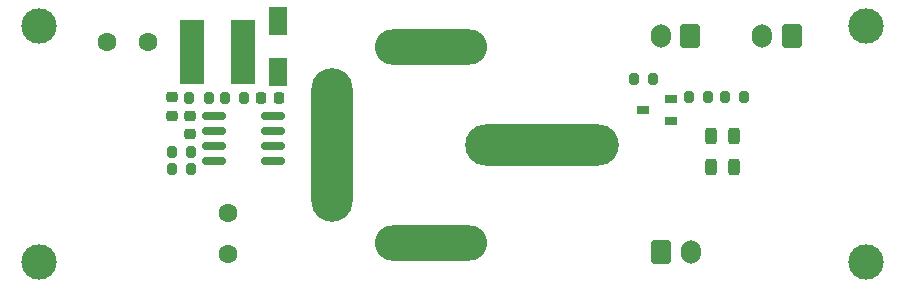
<source format=gbr>
%TF.GenerationSoftware,KiCad,Pcbnew,8.0.8*%
%TF.CreationDate,2026-01-07T21:13:01+09:00*%
%TF.ProjectId,emergency_board_NHK2026,656d6572-6765-46e6-9379-5f626f617264,rev?*%
%TF.SameCoordinates,Original*%
%TF.FileFunction,Soldermask,Top*%
%TF.FilePolarity,Negative*%
%FSLAX46Y46*%
G04 Gerber Fmt 4.6, Leading zero omitted, Abs format (unit mm)*
G04 Created by KiCad (PCBNEW 8.0.8) date 2026-01-07 21:13:01*
%MOMM*%
%LPD*%
G01*
G04 APERTURE LIST*
G04 Aperture macros list*
%AMRoundRect*
0 Rectangle with rounded corners*
0 $1 Rounding radius*
0 $2 $3 $4 $5 $6 $7 $8 $9 X,Y pos of 4 corners*
0 Add a 4 corners polygon primitive as box body*
4,1,4,$2,$3,$4,$5,$6,$7,$8,$9,$2,$3,0*
0 Add four circle primitives for the rounded corners*
1,1,$1+$1,$2,$3*
1,1,$1+$1,$4,$5*
1,1,$1+$1,$6,$7*
1,1,$1+$1,$8,$9*
0 Add four rect primitives between the rounded corners*
20,1,$1+$1,$2,$3,$4,$5,0*
20,1,$1+$1,$4,$5,$6,$7,0*
20,1,$1+$1,$6,$7,$8,$9,0*
20,1,$1+$1,$8,$9,$2,$3,0*%
G04 Aperture macros list end*
%ADD10O,3.500000X13.000000*%
%ADD11O,13.000000X3.500000*%
%ADD12O,9.500000X3.000000*%
%ADD13R,2.000000X5.500000*%
%ADD14C,3.000000*%
%ADD15RoundRect,0.225000X0.225000X0.250000X-0.225000X0.250000X-0.225000X-0.250000X0.225000X-0.250000X0*%
%ADD16C,1.600000*%
%ADD17RoundRect,0.225000X0.250000X-0.225000X0.250000X0.225000X-0.250000X0.225000X-0.250000X-0.225000X0*%
%ADD18RoundRect,0.225000X-0.250000X0.225000X-0.250000X-0.225000X0.250000X-0.225000X0.250000X0.225000X0*%
%ADD19R,1.550000X2.350000*%
%ADD20RoundRect,0.243750X-0.243750X-0.456250X0.243750X-0.456250X0.243750X0.456250X-0.243750X0.456250X0*%
%ADD21RoundRect,0.250000X0.600000X0.750000X-0.600000X0.750000X-0.600000X-0.750000X0.600000X-0.750000X0*%
%ADD22O,1.700000X2.000000*%
%ADD23RoundRect,0.250000X-0.600000X-0.750000X0.600000X-0.750000X0.600000X0.750000X-0.600000X0.750000X0*%
%ADD24R,1.050000X0.700000*%
%ADD25RoundRect,0.200000X-0.200000X-0.275000X0.200000X-0.275000X0.200000X0.275000X-0.200000X0.275000X0*%
%ADD26RoundRect,0.200000X0.200000X0.275000X-0.200000X0.275000X-0.200000X-0.275000X0.200000X-0.275000X0*%
%ADD27RoundRect,0.150000X0.825000X0.150000X-0.825000X0.150000X-0.825000X-0.150000X0.825000X-0.150000X0*%
G04 APERTURE END LIST*
D10*
%TO.C,K1*%
X48000000Y-33300000D03*
D11*
X65800000Y-33300000D03*
D12*
X56400000Y-25000000D03*
X56400000Y-41600000D03*
%TD*%
D13*
%TO.C,L1*%
X40500000Y-25400000D03*
X36200000Y-25400000D03*
%TD*%
D14*
%TO.C,REF\u002A\u002A*%
X23250000Y-43250000D03*
%TD*%
%TO.C,REF\u002A\u002A*%
X93250000Y-23250000D03*
%TD*%
%TO.C,REF\u002A\u002A*%
X93250000Y-43250000D03*
%TD*%
%TO.C,REF\u002A\u002A*%
X23250000Y-23250000D03*
%TD*%
D15*
%TO.C,C1*%
X43550000Y-29310000D03*
X42000000Y-29310000D03*
%TD*%
D16*
%TO.C,C2*%
X28950000Y-24600000D03*
X32450000Y-24600000D03*
%TD*%
%TO.C,C3*%
X39200000Y-39050000D03*
X39200000Y-42550000D03*
%TD*%
D17*
%TO.C,C4*%
X36000000Y-32360000D03*
X36000000Y-30810000D03*
%TD*%
D18*
%TO.C,C5*%
X34500000Y-29260000D03*
X34500000Y-30810000D03*
%TD*%
D19*
%TO.C,D1*%
X43450000Y-27100000D03*
X43450000Y-22800000D03*
%TD*%
D20*
%TO.C,D2*%
X80162500Y-35200000D03*
X82037500Y-35200000D03*
%TD*%
%TO.C,D3*%
X80162500Y-32550000D03*
X82037500Y-32550000D03*
%TD*%
D21*
%TO.C,J1*%
X78350000Y-24050000D03*
D22*
X75850000Y-24050000D03*
%TD*%
D23*
%TO.C,J2*%
X75900000Y-42350000D03*
D22*
X78400000Y-42350000D03*
%TD*%
D21*
%TO.C,J3*%
X86950000Y-24050000D03*
D22*
X84450000Y-24050000D03*
%TD*%
D24*
%TO.C,Q1*%
X76700000Y-31300000D03*
X76700000Y-29400000D03*
X74400000Y-30350000D03*
%TD*%
D25*
%TO.C,R1*%
X34450000Y-33860000D03*
X36100000Y-33860000D03*
%TD*%
%TO.C,R2*%
X34450000Y-35360000D03*
X36100000Y-35360000D03*
%TD*%
D26*
%TO.C,R3*%
X40600000Y-29310000D03*
X38950000Y-29310000D03*
%TD*%
%TO.C,R4*%
X37600000Y-29310000D03*
X35950000Y-29310000D03*
%TD*%
%TO.C,R5*%
X81275000Y-29250000D03*
X82925000Y-29250000D03*
%TD*%
%TO.C,R6*%
X75225000Y-27700000D03*
X73575000Y-27700000D03*
%TD*%
%TO.C,R7*%
X78225000Y-29250000D03*
X79875000Y-29250000D03*
%TD*%
D27*
%TO.C,U1*%
X43000000Y-34670000D03*
X43000000Y-33400000D03*
X43000000Y-32130000D03*
X43000000Y-30860000D03*
X38050000Y-30860000D03*
X38050000Y-32130000D03*
X38050000Y-33400000D03*
X38050000Y-34670000D03*
%TD*%
M02*

</source>
